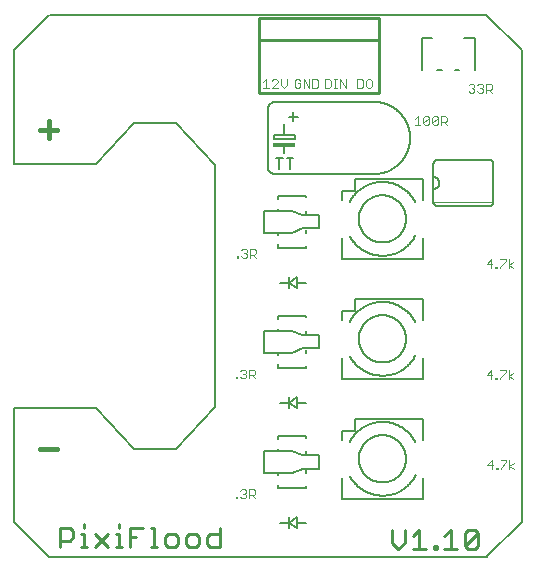
<source format=gto>
G75*
%MOIN*%
%OFA0B0*%
%FSLAX25Y25*%
%IPPOS*%
%LPD*%
%AMOC8*
5,1,8,0,0,1.08239X$1,22.5*
%
%ADD10C,0.00300*%
%ADD11C,0.01100*%
%ADD12C,0.00500*%
%ADD13C,0.00600*%
%ADD14R,0.07400X0.01700*%
%ADD15C,0.00800*%
%ADD16C,0.00200*%
%ADD17C,0.01000*%
%ADD18C,0.01500*%
%ADD19C,0.00700*%
D10*
X0079217Y0024883D02*
X0079700Y0024883D01*
X0079700Y0025366D01*
X0079217Y0025366D01*
X0079217Y0024883D01*
X0080690Y0025366D02*
X0081174Y0024883D01*
X0082141Y0024883D01*
X0082625Y0025366D01*
X0082625Y0025850D01*
X0082141Y0026334D01*
X0081657Y0026334D01*
X0082141Y0026334D02*
X0082625Y0026818D01*
X0082625Y0027301D01*
X0082141Y0027785D01*
X0081174Y0027785D01*
X0080690Y0027301D01*
X0083636Y0027785D02*
X0083636Y0024883D01*
X0083636Y0025850D02*
X0085088Y0025850D01*
X0085571Y0026334D01*
X0085571Y0027301D01*
X0085088Y0027785D01*
X0083636Y0027785D01*
X0084604Y0025850D02*
X0085571Y0024883D01*
X0085578Y0064813D02*
X0084610Y0065780D01*
X0085094Y0065780D02*
X0083643Y0065780D01*
X0083643Y0064813D02*
X0083643Y0067715D01*
X0085094Y0067715D01*
X0085578Y0067231D01*
X0085578Y0066264D01*
X0085094Y0065780D01*
X0082631Y0065780D02*
X0082631Y0065296D01*
X0082148Y0064813D01*
X0081180Y0064813D01*
X0080696Y0065296D01*
X0079707Y0065296D02*
X0079707Y0064813D01*
X0079223Y0064813D01*
X0079223Y0065296D01*
X0079707Y0065296D01*
X0080696Y0067231D02*
X0081180Y0067715D01*
X0082148Y0067715D01*
X0082631Y0067231D01*
X0082631Y0066747D01*
X0082148Y0066264D01*
X0082631Y0065780D01*
X0082148Y0066264D02*
X0081664Y0066264D01*
X0081453Y0105048D02*
X0080969Y0105532D01*
X0081453Y0105048D02*
X0082420Y0105048D01*
X0082904Y0105532D01*
X0082904Y0106015D01*
X0082420Y0106499D01*
X0081937Y0106499D01*
X0082420Y0106499D02*
X0082904Y0106983D01*
X0082904Y0107467D01*
X0082420Y0107950D01*
X0081453Y0107950D01*
X0080969Y0107467D01*
X0079980Y0105532D02*
X0079496Y0105532D01*
X0079496Y0105048D01*
X0079980Y0105048D01*
X0079980Y0105532D01*
X0083916Y0106015D02*
X0085367Y0106015D01*
X0085851Y0106499D01*
X0085851Y0107467D01*
X0085367Y0107950D01*
X0083916Y0107950D01*
X0083916Y0105048D01*
X0084883Y0106015D02*
X0085851Y0105048D01*
X0138750Y0149300D02*
X0140685Y0149300D01*
X0139717Y0149300D02*
X0139717Y0152202D01*
X0138750Y0151235D01*
X0141697Y0151719D02*
X0141697Y0149784D01*
X0143631Y0151719D01*
X0143631Y0149784D01*
X0143148Y0149300D01*
X0142180Y0149300D01*
X0141697Y0149784D01*
X0141697Y0151719D02*
X0142180Y0152202D01*
X0143148Y0152202D01*
X0143631Y0151719D01*
X0144643Y0151719D02*
X0144643Y0149784D01*
X0146578Y0151719D01*
X0146578Y0149784D01*
X0146094Y0149300D01*
X0145127Y0149300D01*
X0144643Y0149784D01*
X0144643Y0151719D02*
X0145127Y0152202D01*
X0146094Y0152202D01*
X0146578Y0151719D01*
X0147590Y0152202D02*
X0149041Y0152202D01*
X0149525Y0151719D01*
X0149525Y0150751D01*
X0149041Y0150267D01*
X0147590Y0150267D01*
X0147590Y0149300D02*
X0147590Y0152202D01*
X0148557Y0150267D02*
X0149525Y0149300D01*
X0157234Y0160050D02*
X0156750Y0160534D01*
X0157234Y0160050D02*
X0158201Y0160050D01*
X0158685Y0160534D01*
X0158685Y0161017D01*
X0158201Y0161501D01*
X0157717Y0161501D01*
X0158201Y0161501D02*
X0158685Y0161985D01*
X0158685Y0162469D01*
X0158201Y0162952D01*
X0157234Y0162952D01*
X0156750Y0162469D01*
X0159697Y0162469D02*
X0160180Y0162952D01*
X0161148Y0162952D01*
X0161631Y0162469D01*
X0161631Y0161985D01*
X0161148Y0161501D01*
X0161631Y0161017D01*
X0161631Y0160534D01*
X0161148Y0160050D01*
X0160180Y0160050D01*
X0159697Y0160534D01*
X0160664Y0161501D02*
X0161148Y0161501D01*
X0162643Y0161017D02*
X0164094Y0161017D01*
X0164578Y0161501D01*
X0164578Y0162469D01*
X0164094Y0162952D01*
X0162643Y0162952D01*
X0162643Y0160050D01*
X0163611Y0161017D02*
X0164578Y0160050D01*
X0124531Y0162134D02*
X0124048Y0161650D01*
X0123080Y0161650D01*
X0122597Y0162134D01*
X0122597Y0164069D01*
X0123080Y0164552D01*
X0124048Y0164552D01*
X0124531Y0164069D01*
X0124531Y0162134D01*
X0121585Y0162134D02*
X0121101Y0161650D01*
X0119650Y0161650D01*
X0119650Y0164552D01*
X0121101Y0164552D01*
X0121585Y0164069D01*
X0121585Y0162134D01*
X0115746Y0161650D02*
X0115746Y0164552D01*
X0113811Y0164552D02*
X0115746Y0161650D01*
X0113811Y0161650D02*
X0113811Y0164552D01*
X0112814Y0164552D02*
X0111847Y0164552D01*
X0112330Y0164552D02*
X0112330Y0161650D01*
X0111847Y0161650D02*
X0112814Y0161650D01*
X0110835Y0162134D02*
X0110835Y0164069D01*
X0110351Y0164552D01*
X0108900Y0164552D01*
X0108900Y0161650D01*
X0110351Y0161650D01*
X0110835Y0162134D01*
X0106603Y0162134D02*
X0106119Y0161650D01*
X0104668Y0161650D01*
X0104668Y0164552D01*
X0106119Y0164552D01*
X0106603Y0164069D01*
X0106603Y0162134D01*
X0103656Y0161650D02*
X0103656Y0164552D01*
X0101722Y0164552D02*
X0103656Y0161650D01*
X0101722Y0161650D02*
X0101722Y0164552D01*
X0100710Y0164069D02*
X0100226Y0164552D01*
X0099259Y0164552D01*
X0098775Y0164069D01*
X0098775Y0162134D01*
X0099259Y0161650D01*
X0100226Y0161650D01*
X0100710Y0162134D01*
X0100710Y0163101D01*
X0099742Y0163101D01*
X0096103Y0162617D02*
X0096103Y0164552D01*
X0096103Y0162617D02*
X0095136Y0161650D01*
X0094168Y0162617D01*
X0094168Y0164552D01*
X0093156Y0164069D02*
X0093156Y0163585D01*
X0091222Y0161650D01*
X0093156Y0161650D01*
X0090210Y0161650D02*
X0088275Y0161650D01*
X0089242Y0161650D02*
X0089242Y0164552D01*
X0088275Y0163585D01*
X0091222Y0164069D02*
X0091705Y0164552D01*
X0092673Y0164552D01*
X0093156Y0164069D01*
X0162750Y0103001D02*
X0164685Y0103001D01*
X0165697Y0102034D02*
X0166180Y0102034D01*
X0166180Y0101550D01*
X0165697Y0101550D01*
X0165697Y0102034D01*
X0167170Y0102034D02*
X0167170Y0101550D01*
X0167170Y0102034D02*
X0169105Y0103969D01*
X0169105Y0104452D01*
X0167170Y0104452D01*
X0164201Y0104452D02*
X0164201Y0101550D01*
X0162750Y0103001D02*
X0164201Y0104452D01*
X0170116Y0104452D02*
X0170116Y0101550D01*
X0170116Y0102517D02*
X0171568Y0103485D01*
X0170116Y0102517D02*
X0171568Y0101550D01*
X0170116Y0067452D02*
X0170116Y0064550D01*
X0170116Y0065517D02*
X0171568Y0066485D01*
X0170116Y0065517D02*
X0171568Y0064550D01*
X0169105Y0066969D02*
X0167170Y0065034D01*
X0167170Y0064550D01*
X0166180Y0064550D02*
X0165697Y0064550D01*
X0165697Y0065034D01*
X0166180Y0065034D01*
X0166180Y0064550D01*
X0164201Y0064550D02*
X0164201Y0067452D01*
X0162750Y0066001D01*
X0164685Y0066001D01*
X0167170Y0067452D02*
X0169105Y0067452D01*
X0169105Y0066969D01*
X0169355Y0037452D02*
X0167420Y0037452D01*
X0169355Y0037452D02*
X0169355Y0036969D01*
X0167420Y0035034D01*
X0167420Y0034550D01*
X0166430Y0034550D02*
X0165947Y0034550D01*
X0165947Y0035034D01*
X0166430Y0035034D01*
X0166430Y0034550D01*
X0164451Y0034550D02*
X0164451Y0037452D01*
X0163000Y0036001D01*
X0164935Y0036001D01*
X0170366Y0035517D02*
X0171818Y0036485D01*
X0170366Y0037452D02*
X0170366Y0034550D01*
X0170366Y0035517D02*
X0171818Y0034550D01*
D11*
X0158805Y0014306D02*
X0156636Y0014306D01*
X0155552Y0013221D01*
X0155552Y0008884D01*
X0159889Y0013221D01*
X0159889Y0008884D01*
X0158805Y0007800D01*
X0156636Y0007800D01*
X0155552Y0008884D01*
X0152891Y0007800D02*
X0148554Y0007800D01*
X0150723Y0007800D02*
X0150723Y0014306D01*
X0148554Y0012137D01*
X0146139Y0008884D02*
X0145055Y0008884D01*
X0145055Y0007800D01*
X0146139Y0007800D01*
X0146139Y0008884D01*
X0142394Y0007800D02*
X0138057Y0007800D01*
X0135396Y0009969D02*
X0135396Y0014306D01*
X0138057Y0012137D02*
X0140226Y0014306D01*
X0140226Y0007800D01*
X0135396Y0009969D02*
X0133228Y0007800D01*
X0131059Y0009969D01*
X0131059Y0014306D01*
X0158805Y0014306D02*
X0159889Y0013221D01*
X0073873Y0012887D02*
X0070620Y0012887D01*
X0069536Y0011803D01*
X0069536Y0009634D01*
X0070620Y0008550D01*
X0073873Y0008550D01*
X0073873Y0015056D01*
X0066875Y0011803D02*
X0066875Y0009634D01*
X0065791Y0008550D01*
X0063622Y0008550D01*
X0062538Y0009634D01*
X0062538Y0011803D01*
X0063622Y0012887D01*
X0065791Y0012887D01*
X0066875Y0011803D01*
X0059877Y0011803D02*
X0059877Y0009634D01*
X0058793Y0008550D01*
X0056624Y0008550D01*
X0055540Y0009634D01*
X0055540Y0011803D01*
X0056624Y0012887D01*
X0058793Y0012887D01*
X0059877Y0011803D01*
X0053043Y0008550D02*
X0050875Y0008550D01*
X0051959Y0008550D02*
X0051959Y0015056D01*
X0050875Y0015056D01*
X0048214Y0015056D02*
X0043877Y0015056D01*
X0043877Y0008550D01*
X0041380Y0008550D02*
X0039211Y0008550D01*
X0040296Y0008550D02*
X0040296Y0012887D01*
X0039211Y0012887D01*
X0040296Y0015056D02*
X0040296Y0016140D01*
X0036550Y0012887D02*
X0032213Y0008550D01*
X0029716Y0008550D02*
X0027548Y0008550D01*
X0028632Y0008550D02*
X0028632Y0012887D01*
X0027548Y0012887D01*
X0028632Y0015056D02*
X0028632Y0016140D01*
X0024887Y0013971D02*
X0024887Y0011803D01*
X0023803Y0010719D01*
X0020550Y0010719D01*
X0020550Y0008550D02*
X0020550Y0015056D01*
X0023803Y0015056D01*
X0024887Y0013971D01*
X0032213Y0012887D02*
X0036550Y0008550D01*
X0043877Y0011803D02*
X0046045Y0011803D01*
D12*
X0017100Y0005100D02*
X0162726Y0005100D01*
X0106998Y0034750D02*
X0106998Y0039150D01*
X0101198Y0039150D01*
X0097998Y0040550D01*
X0088598Y0040550D01*
X0088598Y0033350D01*
X0097998Y0033350D01*
X0101398Y0034750D01*
X0106998Y0034750D01*
X0102646Y0034200D02*
X0102646Y0033280D01*
X0102646Y0028800D02*
X0102646Y0028180D01*
X0093197Y0028180D01*
X0093197Y0029400D01*
X0093197Y0032680D02*
X0093197Y0033000D01*
X0093197Y0040980D02*
X0093197Y0041300D01*
X0093197Y0044480D02*
X0093197Y0045700D01*
X0102646Y0045700D01*
X0102646Y0045080D01*
X0102646Y0040600D02*
X0102646Y0039680D01*
X0099513Y0054878D02*
X0099513Y0056753D01*
X0102639Y0056753D01*
X0099513Y0056753D02*
X0099513Y0058628D01*
X0097013Y0056753D01*
X0093888Y0056753D01*
X0097013Y0056753D02*
X0097013Y0054878D01*
X0097013Y0056753D02*
X0097013Y0058628D01*
X0097013Y0056753D02*
X0099513Y0054878D01*
X0102675Y0068237D02*
X0093227Y0068237D01*
X0093227Y0069457D01*
X0093227Y0072737D02*
X0093227Y0073057D01*
X0088628Y0073407D02*
X0088628Y0080607D01*
X0098028Y0080607D01*
X0101228Y0079207D01*
X0107028Y0079207D01*
X0107028Y0074807D01*
X0101428Y0074807D01*
X0098028Y0073407D01*
X0088628Y0073407D01*
X0093227Y0081037D02*
X0093227Y0081357D01*
X0093227Y0084537D02*
X0093227Y0085757D01*
X0102675Y0085757D01*
X0102675Y0085137D01*
X0102675Y0080657D02*
X0102675Y0079737D01*
X0102675Y0074257D02*
X0102675Y0073337D01*
X0102675Y0068857D02*
X0102675Y0068237D01*
X0099512Y0094877D02*
X0099512Y0096752D01*
X0102637Y0096752D01*
X0099512Y0096752D02*
X0099512Y0098627D01*
X0097012Y0096752D01*
X0093887Y0096752D01*
X0097012Y0096752D02*
X0097012Y0094877D01*
X0097012Y0096752D02*
X0097012Y0098627D01*
X0097012Y0096752D02*
X0099512Y0094877D01*
X0102647Y0108223D02*
X0093198Y0108223D01*
X0093198Y0109443D01*
X0093198Y0112723D02*
X0093198Y0113043D01*
X0088599Y0113393D02*
X0088599Y0120593D01*
X0097999Y0120593D01*
X0101199Y0119193D01*
X0106999Y0119193D01*
X0106999Y0114793D01*
X0101399Y0114793D01*
X0097999Y0113393D01*
X0088599Y0113393D01*
X0093198Y0121023D02*
X0093198Y0121343D01*
X0093198Y0124523D02*
X0093198Y0125743D01*
X0102647Y0125743D01*
X0102647Y0125123D01*
X0102647Y0120643D02*
X0102647Y0119723D01*
X0102647Y0114243D02*
X0102647Y0113323D01*
X0102647Y0108843D02*
X0102647Y0108223D01*
X0097208Y0134704D02*
X0097208Y0138107D01*
X0096074Y0138107D02*
X0098343Y0138107D01*
X0094752Y0138107D02*
X0092483Y0138107D01*
X0093617Y0138107D02*
X0093617Y0134704D01*
X0162726Y0186021D02*
X0017100Y0186021D01*
X0097017Y0018630D02*
X0097017Y0016755D01*
X0093892Y0016755D01*
X0097017Y0016755D02*
X0097017Y0014880D01*
X0097017Y0016755D02*
X0099517Y0018630D01*
X0099517Y0016755D01*
X0102642Y0016755D01*
X0099517Y0016755D02*
X0099517Y0014880D01*
X0097017Y0016755D01*
D13*
X0005100Y0016911D02*
X0005100Y0055000D01*
X0032600Y0055000D01*
X0045100Y0041100D01*
X0059100Y0041100D01*
X0072100Y0055100D01*
X0072100Y0136021D01*
X0059100Y0150021D01*
X0045100Y0150021D01*
X0032600Y0136121D01*
X0005100Y0136121D01*
X0005100Y0174250D01*
X0016911Y0186061D01*
X0089733Y0154454D02*
X0089733Y0135454D01*
X0089735Y0135356D01*
X0089741Y0135258D01*
X0089750Y0135160D01*
X0089764Y0135063D01*
X0089781Y0134966D01*
X0089802Y0134870D01*
X0089827Y0134775D01*
X0089855Y0134681D01*
X0089888Y0134589D01*
X0089923Y0134497D01*
X0089963Y0134407D01*
X0090005Y0134319D01*
X0090052Y0134232D01*
X0090101Y0134148D01*
X0090154Y0134065D01*
X0090210Y0133985D01*
X0090270Y0133906D01*
X0090332Y0133830D01*
X0090397Y0133757D01*
X0090465Y0133686D01*
X0090536Y0133618D01*
X0090609Y0133553D01*
X0090685Y0133491D01*
X0090764Y0133431D01*
X0090844Y0133375D01*
X0090927Y0133322D01*
X0091011Y0133273D01*
X0091098Y0133226D01*
X0091186Y0133184D01*
X0091276Y0133144D01*
X0091368Y0133109D01*
X0091460Y0133076D01*
X0091554Y0133048D01*
X0091649Y0133023D01*
X0091745Y0133002D01*
X0091842Y0132985D01*
X0091939Y0132971D01*
X0092037Y0132962D01*
X0092135Y0132956D01*
X0092233Y0132954D01*
X0125233Y0132954D01*
X0125525Y0132958D01*
X0125817Y0132968D01*
X0126109Y0132986D01*
X0126400Y0133011D01*
X0126691Y0133043D01*
X0126980Y0133082D01*
X0127269Y0133128D01*
X0127556Y0133181D01*
X0127842Y0133241D01*
X0128127Y0133308D01*
X0128409Y0133382D01*
X0128690Y0133463D01*
X0128969Y0133550D01*
X0129246Y0133645D01*
X0129520Y0133746D01*
X0129791Y0133854D01*
X0130060Y0133968D01*
X0130326Y0134089D01*
X0130590Y0134216D01*
X0130849Y0134349D01*
X0131106Y0134489D01*
X0131359Y0134636D01*
X0131609Y0134788D01*
X0131854Y0134946D01*
X0132096Y0135110D01*
X0132334Y0135280D01*
X0132567Y0135456D01*
X0132796Y0135637D01*
X0133021Y0135824D01*
X0133241Y0136017D01*
X0133456Y0136214D01*
X0133666Y0136417D01*
X0133872Y0136625D01*
X0134072Y0136838D01*
X0134267Y0137056D01*
X0134457Y0137278D01*
X0134641Y0137505D01*
X0134820Y0137736D01*
X0134992Y0137972D01*
X0135160Y0138211D01*
X0135321Y0138455D01*
X0135476Y0138703D01*
X0135625Y0138954D01*
X0135768Y0139209D01*
X0135905Y0139467D01*
X0136036Y0139729D01*
X0136160Y0139993D01*
X0136277Y0140261D01*
X0136388Y0140531D01*
X0136493Y0140804D01*
X0136590Y0141079D01*
X0136681Y0141357D01*
X0136765Y0141637D01*
X0136843Y0141919D01*
X0136913Y0142202D01*
X0136977Y0142488D01*
X0137033Y0142774D01*
X0137083Y0143062D01*
X0137126Y0143351D01*
X0137161Y0143642D01*
X0137189Y0143932D01*
X0137211Y0144224D01*
X0137225Y0144516D01*
X0137232Y0144808D01*
X0137232Y0145100D01*
X0137225Y0145392D01*
X0137211Y0145684D01*
X0137189Y0145976D01*
X0137161Y0146266D01*
X0137126Y0146557D01*
X0137083Y0146846D01*
X0137033Y0147134D01*
X0136977Y0147420D01*
X0136913Y0147706D01*
X0136843Y0147989D01*
X0136765Y0148271D01*
X0136681Y0148551D01*
X0136590Y0148829D01*
X0136493Y0149104D01*
X0136388Y0149377D01*
X0136277Y0149647D01*
X0136160Y0149915D01*
X0136036Y0150179D01*
X0135905Y0150441D01*
X0135768Y0150699D01*
X0135625Y0150954D01*
X0135476Y0151205D01*
X0135321Y0151453D01*
X0135160Y0151697D01*
X0134992Y0151936D01*
X0134820Y0152172D01*
X0134641Y0152403D01*
X0134457Y0152630D01*
X0134267Y0152852D01*
X0134072Y0153070D01*
X0133872Y0153283D01*
X0133666Y0153491D01*
X0133456Y0153694D01*
X0133241Y0153891D01*
X0133021Y0154084D01*
X0132796Y0154271D01*
X0132567Y0154452D01*
X0132334Y0154628D01*
X0132096Y0154798D01*
X0131854Y0154962D01*
X0131609Y0155120D01*
X0131359Y0155272D01*
X0131106Y0155419D01*
X0130849Y0155559D01*
X0130590Y0155692D01*
X0130326Y0155819D01*
X0130060Y0155940D01*
X0129791Y0156054D01*
X0129520Y0156162D01*
X0129246Y0156263D01*
X0128969Y0156358D01*
X0128690Y0156445D01*
X0128409Y0156526D01*
X0128127Y0156600D01*
X0127842Y0156667D01*
X0127556Y0156727D01*
X0127269Y0156780D01*
X0126980Y0156826D01*
X0126691Y0156865D01*
X0126400Y0156897D01*
X0126109Y0156922D01*
X0125817Y0156940D01*
X0125525Y0156950D01*
X0125233Y0156954D01*
X0092233Y0156954D01*
X0092135Y0156952D01*
X0092037Y0156946D01*
X0091939Y0156937D01*
X0091842Y0156923D01*
X0091745Y0156906D01*
X0091649Y0156885D01*
X0091554Y0156860D01*
X0091460Y0156832D01*
X0091368Y0156799D01*
X0091276Y0156764D01*
X0091186Y0156724D01*
X0091098Y0156682D01*
X0091011Y0156635D01*
X0090927Y0156586D01*
X0090844Y0156533D01*
X0090764Y0156477D01*
X0090685Y0156417D01*
X0090609Y0156355D01*
X0090536Y0156290D01*
X0090465Y0156222D01*
X0090397Y0156151D01*
X0090332Y0156078D01*
X0090270Y0156002D01*
X0090210Y0155923D01*
X0090154Y0155843D01*
X0090101Y0155760D01*
X0090052Y0155676D01*
X0090005Y0155589D01*
X0089963Y0155501D01*
X0089923Y0155411D01*
X0089888Y0155319D01*
X0089855Y0155227D01*
X0089827Y0155133D01*
X0089802Y0155038D01*
X0089781Y0154942D01*
X0089764Y0154845D01*
X0089750Y0154748D01*
X0089741Y0154650D01*
X0089735Y0154552D01*
X0089733Y0154454D01*
X0095233Y0149454D02*
X0095233Y0145954D01*
X0098733Y0145954D01*
X0098733Y0144654D01*
X0091733Y0144654D01*
X0091733Y0145954D01*
X0095233Y0145954D01*
X0095233Y0141954D02*
X0095233Y0139954D01*
X0098233Y0150454D02*
X0098233Y0153454D01*
X0096733Y0151954D02*
X0099733Y0151954D01*
X0145000Y0136200D02*
X0145000Y0123800D01*
X0145002Y0123724D01*
X0145008Y0123648D01*
X0145017Y0123573D01*
X0145031Y0123498D01*
X0145048Y0123424D01*
X0145069Y0123351D01*
X0145093Y0123279D01*
X0145122Y0123208D01*
X0145153Y0123139D01*
X0145188Y0123072D01*
X0145227Y0123007D01*
X0145269Y0122943D01*
X0145314Y0122882D01*
X0145362Y0122823D01*
X0145413Y0122767D01*
X0145467Y0122713D01*
X0145523Y0122662D01*
X0145582Y0122614D01*
X0145643Y0122569D01*
X0145707Y0122527D01*
X0145772Y0122488D01*
X0145839Y0122453D01*
X0145908Y0122422D01*
X0145979Y0122393D01*
X0146051Y0122369D01*
X0146124Y0122348D01*
X0146198Y0122331D01*
X0146273Y0122317D01*
X0146348Y0122308D01*
X0146424Y0122302D01*
X0146500Y0122300D01*
X0163500Y0122300D01*
X0163576Y0122302D01*
X0163652Y0122308D01*
X0163727Y0122317D01*
X0163802Y0122331D01*
X0163876Y0122348D01*
X0163949Y0122369D01*
X0164021Y0122393D01*
X0164092Y0122422D01*
X0164161Y0122453D01*
X0164228Y0122488D01*
X0164293Y0122527D01*
X0164357Y0122569D01*
X0164418Y0122614D01*
X0164477Y0122662D01*
X0164533Y0122713D01*
X0164587Y0122767D01*
X0164638Y0122823D01*
X0164686Y0122882D01*
X0164731Y0122943D01*
X0164773Y0123007D01*
X0164812Y0123072D01*
X0164847Y0123139D01*
X0164878Y0123208D01*
X0164907Y0123279D01*
X0164931Y0123351D01*
X0164952Y0123424D01*
X0164969Y0123498D01*
X0164983Y0123573D01*
X0164992Y0123648D01*
X0164998Y0123724D01*
X0165000Y0123800D01*
X0165000Y0136200D01*
X0164998Y0136276D01*
X0164992Y0136352D01*
X0164983Y0136427D01*
X0164969Y0136502D01*
X0164952Y0136576D01*
X0164931Y0136649D01*
X0164907Y0136721D01*
X0164878Y0136792D01*
X0164847Y0136861D01*
X0164812Y0136928D01*
X0164773Y0136993D01*
X0164731Y0137057D01*
X0164686Y0137118D01*
X0164638Y0137177D01*
X0164587Y0137233D01*
X0164533Y0137287D01*
X0164477Y0137338D01*
X0164418Y0137386D01*
X0164357Y0137431D01*
X0164293Y0137473D01*
X0164228Y0137512D01*
X0164161Y0137547D01*
X0164092Y0137578D01*
X0164021Y0137607D01*
X0163949Y0137631D01*
X0163876Y0137652D01*
X0163802Y0137669D01*
X0163727Y0137683D01*
X0163652Y0137692D01*
X0163576Y0137698D01*
X0163500Y0137700D01*
X0146500Y0137700D01*
X0146424Y0137698D01*
X0146348Y0137692D01*
X0146273Y0137683D01*
X0146198Y0137669D01*
X0146124Y0137652D01*
X0146051Y0137631D01*
X0145979Y0137607D01*
X0145908Y0137578D01*
X0145839Y0137547D01*
X0145772Y0137512D01*
X0145707Y0137473D01*
X0145643Y0137431D01*
X0145582Y0137386D01*
X0145523Y0137338D01*
X0145467Y0137287D01*
X0145413Y0137233D01*
X0145362Y0137177D01*
X0145314Y0137118D01*
X0145269Y0137057D01*
X0145227Y0136993D01*
X0145188Y0136928D01*
X0145153Y0136861D01*
X0145122Y0136792D01*
X0145093Y0136721D01*
X0145069Y0136649D01*
X0145048Y0136576D01*
X0145031Y0136502D01*
X0145017Y0136427D01*
X0145008Y0136352D01*
X0145002Y0136276D01*
X0145000Y0136200D01*
X0145000Y0132000D02*
X0145088Y0131998D01*
X0145177Y0131992D01*
X0145265Y0131982D01*
X0145352Y0131969D01*
X0145439Y0131951D01*
X0145525Y0131930D01*
X0145610Y0131905D01*
X0145693Y0131876D01*
X0145776Y0131843D01*
X0145856Y0131807D01*
X0145935Y0131768D01*
X0146013Y0131725D01*
X0146088Y0131678D01*
X0146161Y0131628D01*
X0146232Y0131575D01*
X0146301Y0131519D01*
X0146367Y0131460D01*
X0146430Y0131398D01*
X0146490Y0131334D01*
X0146548Y0131267D01*
X0146602Y0131197D01*
X0146654Y0131125D01*
X0146702Y0131051D01*
X0146747Y0130974D01*
X0146788Y0130896D01*
X0146826Y0130816D01*
X0146860Y0130735D01*
X0146891Y0130652D01*
X0146918Y0130567D01*
X0146941Y0130482D01*
X0146960Y0130396D01*
X0146976Y0130308D01*
X0146988Y0130221D01*
X0146996Y0130133D01*
X0147000Y0130044D01*
X0147000Y0129956D01*
X0146996Y0129867D01*
X0146988Y0129779D01*
X0146976Y0129692D01*
X0146960Y0129604D01*
X0146941Y0129518D01*
X0146918Y0129433D01*
X0146891Y0129348D01*
X0146860Y0129265D01*
X0146826Y0129184D01*
X0146788Y0129104D01*
X0146747Y0129026D01*
X0146702Y0128949D01*
X0146654Y0128875D01*
X0146602Y0128803D01*
X0146548Y0128733D01*
X0146490Y0128666D01*
X0146430Y0128602D01*
X0146367Y0128540D01*
X0146301Y0128481D01*
X0146232Y0128425D01*
X0146161Y0128372D01*
X0146088Y0128322D01*
X0146013Y0128275D01*
X0145935Y0128232D01*
X0145856Y0128193D01*
X0145776Y0128157D01*
X0145693Y0128124D01*
X0145610Y0128095D01*
X0145525Y0128070D01*
X0145439Y0128049D01*
X0145352Y0128031D01*
X0145265Y0128018D01*
X0145177Y0128008D01*
X0145088Y0128002D01*
X0145000Y0128000D01*
X0174391Y0174250D02*
X0162580Y0186061D01*
X0174391Y0174250D02*
X0174391Y0016911D01*
X0162580Y0005100D01*
X0016911Y0005100D02*
X0005100Y0016911D01*
D14*
X0095233Y0142604D03*
D15*
X0114614Y0127252D02*
X0114614Y0124299D01*
X0114614Y0127252D02*
X0118748Y0127252D01*
X0118748Y0131386D01*
X0141386Y0131386D01*
X0141386Y0124299D01*
X0141386Y0111701D02*
X0141386Y0104614D01*
X0114614Y0104614D01*
X0114614Y0111504D01*
X0128000Y0130303D02*
X0128300Y0130299D01*
X0128599Y0130287D01*
X0128898Y0130268D01*
X0129196Y0130242D01*
X0129494Y0130209D01*
X0129791Y0130168D01*
X0130086Y0130121D01*
X0130380Y0130066D01*
X0130673Y0130004D01*
X0130965Y0129934D01*
X0131254Y0129858D01*
X0131542Y0129775D01*
X0131828Y0129685D01*
X0132111Y0129587D01*
X0132392Y0129483D01*
X0132670Y0129372D01*
X0132945Y0129255D01*
X0133218Y0129131D01*
X0133487Y0129000D01*
X0133753Y0128862D01*
X0134016Y0128719D01*
X0134275Y0128568D01*
X0134530Y0128412D01*
X0134782Y0128249D01*
X0135029Y0128081D01*
X0135272Y0127906D01*
X0135511Y0127726D01*
X0135746Y0127539D01*
X0135975Y0127347D01*
X0136201Y0127150D01*
X0136421Y0126947D01*
X0136636Y0126739D01*
X0136846Y0126525D01*
X0137051Y0126307D01*
X0137251Y0126084D01*
X0137445Y0125856D01*
X0137633Y0125623D01*
X0137816Y0125386D01*
X0137992Y0125144D01*
X0138163Y0124898D01*
X0138328Y0124648D01*
X0138487Y0124394D01*
X0138639Y0124136D01*
X0138786Y0123875D01*
X0138925Y0123610D01*
X0139122Y0112685D02*
X0138988Y0112415D01*
X0138848Y0112148D01*
X0138702Y0111885D01*
X0138549Y0111626D01*
X0138390Y0111370D01*
X0138224Y0111118D01*
X0138053Y0110871D01*
X0137875Y0110627D01*
X0137692Y0110388D01*
X0137503Y0110154D01*
X0137308Y0109924D01*
X0137107Y0109700D01*
X0136901Y0109480D01*
X0136690Y0109265D01*
X0136474Y0109056D01*
X0136252Y0108852D01*
X0136026Y0108653D01*
X0135794Y0108460D01*
X0135559Y0108273D01*
X0135318Y0108091D01*
X0135073Y0107916D01*
X0134824Y0107746D01*
X0134571Y0107583D01*
X0134314Y0107426D01*
X0134054Y0107275D01*
X0133789Y0107130D01*
X0133521Y0106993D01*
X0133250Y0106861D01*
X0132976Y0106737D01*
X0132699Y0106619D01*
X0132419Y0106508D01*
X0132136Y0106404D01*
X0131851Y0106307D01*
X0131564Y0106217D01*
X0131274Y0106134D01*
X0130983Y0106058D01*
X0130690Y0105989D01*
X0130395Y0105927D01*
X0130098Y0105873D01*
X0129801Y0105826D01*
X0129502Y0105786D01*
X0129203Y0105753D01*
X0128903Y0105728D01*
X0128602Y0105710D01*
X0128301Y0105700D01*
X0128000Y0105697D01*
X0120126Y0118000D02*
X0120128Y0118193D01*
X0120135Y0118386D01*
X0120147Y0118579D01*
X0120164Y0118772D01*
X0120185Y0118964D01*
X0120211Y0119155D01*
X0120242Y0119346D01*
X0120277Y0119536D01*
X0120317Y0119725D01*
X0120362Y0119913D01*
X0120411Y0120100D01*
X0120465Y0120286D01*
X0120523Y0120470D01*
X0120586Y0120653D01*
X0120654Y0120834D01*
X0120725Y0121013D01*
X0120802Y0121191D01*
X0120882Y0121367D01*
X0120967Y0121540D01*
X0121056Y0121712D01*
X0121149Y0121881D01*
X0121246Y0122048D01*
X0121348Y0122213D01*
X0121453Y0122375D01*
X0121562Y0122534D01*
X0121676Y0122691D01*
X0121793Y0122844D01*
X0121913Y0122995D01*
X0122038Y0123143D01*
X0122166Y0123288D01*
X0122297Y0123429D01*
X0122432Y0123568D01*
X0122571Y0123703D01*
X0122712Y0123834D01*
X0122857Y0123962D01*
X0123005Y0124087D01*
X0123156Y0124207D01*
X0123309Y0124324D01*
X0123466Y0124438D01*
X0123625Y0124547D01*
X0123787Y0124652D01*
X0123952Y0124754D01*
X0124119Y0124851D01*
X0124288Y0124944D01*
X0124460Y0125033D01*
X0124633Y0125118D01*
X0124809Y0125198D01*
X0124987Y0125275D01*
X0125166Y0125346D01*
X0125347Y0125414D01*
X0125530Y0125477D01*
X0125714Y0125535D01*
X0125900Y0125589D01*
X0126087Y0125638D01*
X0126275Y0125683D01*
X0126464Y0125723D01*
X0126654Y0125758D01*
X0126845Y0125789D01*
X0127036Y0125815D01*
X0127228Y0125836D01*
X0127421Y0125853D01*
X0127614Y0125865D01*
X0127807Y0125872D01*
X0128000Y0125874D01*
X0128193Y0125872D01*
X0128386Y0125865D01*
X0128579Y0125853D01*
X0128772Y0125836D01*
X0128964Y0125815D01*
X0129155Y0125789D01*
X0129346Y0125758D01*
X0129536Y0125723D01*
X0129725Y0125683D01*
X0129913Y0125638D01*
X0130100Y0125589D01*
X0130286Y0125535D01*
X0130470Y0125477D01*
X0130653Y0125414D01*
X0130834Y0125346D01*
X0131013Y0125275D01*
X0131191Y0125198D01*
X0131367Y0125118D01*
X0131540Y0125033D01*
X0131712Y0124944D01*
X0131881Y0124851D01*
X0132048Y0124754D01*
X0132213Y0124652D01*
X0132375Y0124547D01*
X0132534Y0124438D01*
X0132691Y0124324D01*
X0132844Y0124207D01*
X0132995Y0124087D01*
X0133143Y0123962D01*
X0133288Y0123834D01*
X0133429Y0123703D01*
X0133568Y0123568D01*
X0133703Y0123429D01*
X0133834Y0123288D01*
X0133962Y0123143D01*
X0134087Y0122995D01*
X0134207Y0122844D01*
X0134324Y0122691D01*
X0134438Y0122534D01*
X0134547Y0122375D01*
X0134652Y0122213D01*
X0134754Y0122048D01*
X0134851Y0121881D01*
X0134944Y0121712D01*
X0135033Y0121540D01*
X0135118Y0121367D01*
X0135198Y0121191D01*
X0135275Y0121013D01*
X0135346Y0120834D01*
X0135414Y0120653D01*
X0135477Y0120470D01*
X0135535Y0120286D01*
X0135589Y0120100D01*
X0135638Y0119913D01*
X0135683Y0119725D01*
X0135723Y0119536D01*
X0135758Y0119346D01*
X0135789Y0119155D01*
X0135815Y0118964D01*
X0135836Y0118772D01*
X0135853Y0118579D01*
X0135865Y0118386D01*
X0135872Y0118193D01*
X0135874Y0118000D01*
X0135872Y0117807D01*
X0135865Y0117614D01*
X0135853Y0117421D01*
X0135836Y0117228D01*
X0135815Y0117036D01*
X0135789Y0116845D01*
X0135758Y0116654D01*
X0135723Y0116464D01*
X0135683Y0116275D01*
X0135638Y0116087D01*
X0135589Y0115900D01*
X0135535Y0115714D01*
X0135477Y0115530D01*
X0135414Y0115347D01*
X0135346Y0115166D01*
X0135275Y0114987D01*
X0135198Y0114809D01*
X0135118Y0114633D01*
X0135033Y0114460D01*
X0134944Y0114288D01*
X0134851Y0114119D01*
X0134754Y0113952D01*
X0134652Y0113787D01*
X0134547Y0113625D01*
X0134438Y0113466D01*
X0134324Y0113309D01*
X0134207Y0113156D01*
X0134087Y0113005D01*
X0133962Y0112857D01*
X0133834Y0112712D01*
X0133703Y0112571D01*
X0133568Y0112432D01*
X0133429Y0112297D01*
X0133288Y0112166D01*
X0133143Y0112038D01*
X0132995Y0111913D01*
X0132844Y0111793D01*
X0132691Y0111676D01*
X0132534Y0111562D01*
X0132375Y0111453D01*
X0132213Y0111348D01*
X0132048Y0111246D01*
X0131881Y0111149D01*
X0131712Y0111056D01*
X0131540Y0110967D01*
X0131367Y0110882D01*
X0131191Y0110802D01*
X0131013Y0110725D01*
X0130834Y0110654D01*
X0130653Y0110586D01*
X0130470Y0110523D01*
X0130286Y0110465D01*
X0130100Y0110411D01*
X0129913Y0110362D01*
X0129725Y0110317D01*
X0129536Y0110277D01*
X0129346Y0110242D01*
X0129155Y0110211D01*
X0128964Y0110185D01*
X0128772Y0110164D01*
X0128579Y0110147D01*
X0128386Y0110135D01*
X0128193Y0110128D01*
X0128000Y0110126D01*
X0127807Y0110128D01*
X0127614Y0110135D01*
X0127421Y0110147D01*
X0127228Y0110164D01*
X0127036Y0110185D01*
X0126845Y0110211D01*
X0126654Y0110242D01*
X0126464Y0110277D01*
X0126275Y0110317D01*
X0126087Y0110362D01*
X0125900Y0110411D01*
X0125714Y0110465D01*
X0125530Y0110523D01*
X0125347Y0110586D01*
X0125166Y0110654D01*
X0124987Y0110725D01*
X0124809Y0110802D01*
X0124633Y0110882D01*
X0124460Y0110967D01*
X0124288Y0111056D01*
X0124119Y0111149D01*
X0123952Y0111246D01*
X0123787Y0111348D01*
X0123625Y0111453D01*
X0123466Y0111562D01*
X0123309Y0111676D01*
X0123156Y0111793D01*
X0123005Y0111913D01*
X0122857Y0112038D01*
X0122712Y0112166D01*
X0122571Y0112297D01*
X0122432Y0112432D01*
X0122297Y0112571D01*
X0122166Y0112712D01*
X0122038Y0112857D01*
X0121913Y0113005D01*
X0121793Y0113156D01*
X0121676Y0113309D01*
X0121562Y0113466D01*
X0121453Y0113625D01*
X0121348Y0113787D01*
X0121246Y0113952D01*
X0121149Y0114119D01*
X0121056Y0114288D01*
X0120967Y0114460D01*
X0120882Y0114633D01*
X0120802Y0114809D01*
X0120725Y0114987D01*
X0120654Y0115166D01*
X0120586Y0115347D01*
X0120523Y0115530D01*
X0120465Y0115714D01*
X0120411Y0115900D01*
X0120362Y0116087D01*
X0120317Y0116275D01*
X0120277Y0116464D01*
X0120242Y0116654D01*
X0120211Y0116845D01*
X0120185Y0117036D01*
X0120164Y0117228D01*
X0120147Y0117421D01*
X0120135Y0117614D01*
X0120128Y0117807D01*
X0120126Y0118000D01*
X0117075Y0123610D02*
X0117214Y0123875D01*
X0117361Y0124136D01*
X0117513Y0124394D01*
X0117672Y0124648D01*
X0117837Y0124898D01*
X0118008Y0125144D01*
X0118184Y0125386D01*
X0118367Y0125623D01*
X0118555Y0125856D01*
X0118749Y0126084D01*
X0118949Y0126307D01*
X0119154Y0126525D01*
X0119364Y0126739D01*
X0119579Y0126947D01*
X0119799Y0127150D01*
X0120025Y0127347D01*
X0120254Y0127539D01*
X0120489Y0127726D01*
X0120728Y0127906D01*
X0120971Y0128081D01*
X0121218Y0128249D01*
X0121470Y0128412D01*
X0121725Y0128568D01*
X0121984Y0128719D01*
X0122247Y0128862D01*
X0122513Y0129000D01*
X0122782Y0129131D01*
X0123055Y0129255D01*
X0123330Y0129372D01*
X0123608Y0129483D01*
X0123889Y0129587D01*
X0124172Y0129685D01*
X0124458Y0129775D01*
X0124746Y0129858D01*
X0125035Y0129934D01*
X0125327Y0130004D01*
X0125620Y0130066D01*
X0125914Y0130121D01*
X0126209Y0130168D01*
X0126506Y0130209D01*
X0126804Y0130242D01*
X0127102Y0130268D01*
X0127401Y0130287D01*
X0127700Y0130299D01*
X0128000Y0130303D01*
X0117075Y0112390D02*
X0117214Y0112125D01*
X0117361Y0111864D01*
X0117513Y0111606D01*
X0117672Y0111352D01*
X0117837Y0111102D01*
X0118008Y0110856D01*
X0118184Y0110614D01*
X0118367Y0110377D01*
X0118555Y0110144D01*
X0118749Y0109916D01*
X0118949Y0109693D01*
X0119154Y0109475D01*
X0119364Y0109261D01*
X0119579Y0109053D01*
X0119799Y0108850D01*
X0120025Y0108653D01*
X0120254Y0108461D01*
X0120489Y0108274D01*
X0120728Y0108094D01*
X0120971Y0107919D01*
X0121218Y0107751D01*
X0121470Y0107588D01*
X0121725Y0107432D01*
X0121984Y0107281D01*
X0122247Y0107138D01*
X0122513Y0107000D01*
X0122782Y0106869D01*
X0123055Y0106745D01*
X0123330Y0106628D01*
X0123608Y0106517D01*
X0123889Y0106413D01*
X0124172Y0106315D01*
X0124458Y0106225D01*
X0124746Y0106142D01*
X0125035Y0106066D01*
X0125327Y0105996D01*
X0125620Y0105934D01*
X0125914Y0105879D01*
X0126209Y0105832D01*
X0126506Y0105791D01*
X0126804Y0105758D01*
X0127102Y0105732D01*
X0127401Y0105713D01*
X0127700Y0105701D01*
X0128000Y0105697D01*
X0118758Y0091396D02*
X0118758Y0087262D01*
X0114624Y0087262D01*
X0114624Y0084309D01*
X0118758Y0091396D02*
X0141396Y0091396D01*
X0141396Y0084309D01*
X0141396Y0071711D02*
X0141396Y0064624D01*
X0114624Y0064624D01*
X0114624Y0071514D01*
X0128010Y0090313D02*
X0128310Y0090309D01*
X0128609Y0090297D01*
X0128908Y0090278D01*
X0129206Y0090252D01*
X0129504Y0090219D01*
X0129801Y0090178D01*
X0130096Y0090131D01*
X0130390Y0090076D01*
X0130683Y0090014D01*
X0130975Y0089944D01*
X0131264Y0089868D01*
X0131552Y0089785D01*
X0131838Y0089695D01*
X0132121Y0089597D01*
X0132402Y0089493D01*
X0132680Y0089382D01*
X0132955Y0089265D01*
X0133228Y0089141D01*
X0133497Y0089010D01*
X0133763Y0088872D01*
X0134026Y0088729D01*
X0134285Y0088578D01*
X0134540Y0088422D01*
X0134792Y0088259D01*
X0135039Y0088091D01*
X0135282Y0087916D01*
X0135521Y0087736D01*
X0135756Y0087549D01*
X0135985Y0087357D01*
X0136211Y0087160D01*
X0136431Y0086957D01*
X0136646Y0086749D01*
X0136856Y0086535D01*
X0137061Y0086317D01*
X0137261Y0086094D01*
X0137455Y0085866D01*
X0137643Y0085633D01*
X0137826Y0085396D01*
X0138002Y0085154D01*
X0138173Y0084908D01*
X0138338Y0084658D01*
X0138497Y0084404D01*
X0138649Y0084146D01*
X0138796Y0083885D01*
X0138935Y0083620D01*
X0139132Y0072695D02*
X0138998Y0072425D01*
X0138858Y0072158D01*
X0138712Y0071895D01*
X0138559Y0071636D01*
X0138400Y0071380D01*
X0138234Y0071128D01*
X0138063Y0070881D01*
X0137885Y0070637D01*
X0137702Y0070398D01*
X0137513Y0070164D01*
X0137318Y0069934D01*
X0137117Y0069710D01*
X0136911Y0069490D01*
X0136700Y0069275D01*
X0136484Y0069066D01*
X0136262Y0068862D01*
X0136036Y0068663D01*
X0135804Y0068470D01*
X0135569Y0068283D01*
X0135328Y0068101D01*
X0135083Y0067926D01*
X0134834Y0067756D01*
X0134581Y0067593D01*
X0134324Y0067436D01*
X0134064Y0067285D01*
X0133799Y0067140D01*
X0133531Y0067003D01*
X0133260Y0066871D01*
X0132986Y0066747D01*
X0132709Y0066629D01*
X0132429Y0066518D01*
X0132146Y0066414D01*
X0131861Y0066317D01*
X0131574Y0066227D01*
X0131284Y0066144D01*
X0130993Y0066068D01*
X0130700Y0065999D01*
X0130405Y0065937D01*
X0130108Y0065883D01*
X0129811Y0065836D01*
X0129512Y0065796D01*
X0129213Y0065763D01*
X0128913Y0065738D01*
X0128612Y0065720D01*
X0128311Y0065710D01*
X0128010Y0065707D01*
X0120136Y0078010D02*
X0120138Y0078203D01*
X0120145Y0078396D01*
X0120157Y0078589D01*
X0120174Y0078782D01*
X0120195Y0078974D01*
X0120221Y0079165D01*
X0120252Y0079356D01*
X0120287Y0079546D01*
X0120327Y0079735D01*
X0120372Y0079923D01*
X0120421Y0080110D01*
X0120475Y0080296D01*
X0120533Y0080480D01*
X0120596Y0080663D01*
X0120664Y0080844D01*
X0120735Y0081023D01*
X0120812Y0081201D01*
X0120892Y0081377D01*
X0120977Y0081550D01*
X0121066Y0081722D01*
X0121159Y0081891D01*
X0121256Y0082058D01*
X0121358Y0082223D01*
X0121463Y0082385D01*
X0121572Y0082544D01*
X0121686Y0082701D01*
X0121803Y0082854D01*
X0121923Y0083005D01*
X0122048Y0083153D01*
X0122176Y0083298D01*
X0122307Y0083439D01*
X0122442Y0083578D01*
X0122581Y0083713D01*
X0122722Y0083844D01*
X0122867Y0083972D01*
X0123015Y0084097D01*
X0123166Y0084217D01*
X0123319Y0084334D01*
X0123476Y0084448D01*
X0123635Y0084557D01*
X0123797Y0084662D01*
X0123962Y0084764D01*
X0124129Y0084861D01*
X0124298Y0084954D01*
X0124470Y0085043D01*
X0124643Y0085128D01*
X0124819Y0085208D01*
X0124997Y0085285D01*
X0125176Y0085356D01*
X0125357Y0085424D01*
X0125540Y0085487D01*
X0125724Y0085545D01*
X0125910Y0085599D01*
X0126097Y0085648D01*
X0126285Y0085693D01*
X0126474Y0085733D01*
X0126664Y0085768D01*
X0126855Y0085799D01*
X0127046Y0085825D01*
X0127238Y0085846D01*
X0127431Y0085863D01*
X0127624Y0085875D01*
X0127817Y0085882D01*
X0128010Y0085884D01*
X0128203Y0085882D01*
X0128396Y0085875D01*
X0128589Y0085863D01*
X0128782Y0085846D01*
X0128974Y0085825D01*
X0129165Y0085799D01*
X0129356Y0085768D01*
X0129546Y0085733D01*
X0129735Y0085693D01*
X0129923Y0085648D01*
X0130110Y0085599D01*
X0130296Y0085545D01*
X0130480Y0085487D01*
X0130663Y0085424D01*
X0130844Y0085356D01*
X0131023Y0085285D01*
X0131201Y0085208D01*
X0131377Y0085128D01*
X0131550Y0085043D01*
X0131722Y0084954D01*
X0131891Y0084861D01*
X0132058Y0084764D01*
X0132223Y0084662D01*
X0132385Y0084557D01*
X0132544Y0084448D01*
X0132701Y0084334D01*
X0132854Y0084217D01*
X0133005Y0084097D01*
X0133153Y0083972D01*
X0133298Y0083844D01*
X0133439Y0083713D01*
X0133578Y0083578D01*
X0133713Y0083439D01*
X0133844Y0083298D01*
X0133972Y0083153D01*
X0134097Y0083005D01*
X0134217Y0082854D01*
X0134334Y0082701D01*
X0134448Y0082544D01*
X0134557Y0082385D01*
X0134662Y0082223D01*
X0134764Y0082058D01*
X0134861Y0081891D01*
X0134954Y0081722D01*
X0135043Y0081550D01*
X0135128Y0081377D01*
X0135208Y0081201D01*
X0135285Y0081023D01*
X0135356Y0080844D01*
X0135424Y0080663D01*
X0135487Y0080480D01*
X0135545Y0080296D01*
X0135599Y0080110D01*
X0135648Y0079923D01*
X0135693Y0079735D01*
X0135733Y0079546D01*
X0135768Y0079356D01*
X0135799Y0079165D01*
X0135825Y0078974D01*
X0135846Y0078782D01*
X0135863Y0078589D01*
X0135875Y0078396D01*
X0135882Y0078203D01*
X0135884Y0078010D01*
X0135882Y0077817D01*
X0135875Y0077624D01*
X0135863Y0077431D01*
X0135846Y0077238D01*
X0135825Y0077046D01*
X0135799Y0076855D01*
X0135768Y0076664D01*
X0135733Y0076474D01*
X0135693Y0076285D01*
X0135648Y0076097D01*
X0135599Y0075910D01*
X0135545Y0075724D01*
X0135487Y0075540D01*
X0135424Y0075357D01*
X0135356Y0075176D01*
X0135285Y0074997D01*
X0135208Y0074819D01*
X0135128Y0074643D01*
X0135043Y0074470D01*
X0134954Y0074298D01*
X0134861Y0074129D01*
X0134764Y0073962D01*
X0134662Y0073797D01*
X0134557Y0073635D01*
X0134448Y0073476D01*
X0134334Y0073319D01*
X0134217Y0073166D01*
X0134097Y0073015D01*
X0133972Y0072867D01*
X0133844Y0072722D01*
X0133713Y0072581D01*
X0133578Y0072442D01*
X0133439Y0072307D01*
X0133298Y0072176D01*
X0133153Y0072048D01*
X0133005Y0071923D01*
X0132854Y0071803D01*
X0132701Y0071686D01*
X0132544Y0071572D01*
X0132385Y0071463D01*
X0132223Y0071358D01*
X0132058Y0071256D01*
X0131891Y0071159D01*
X0131722Y0071066D01*
X0131550Y0070977D01*
X0131377Y0070892D01*
X0131201Y0070812D01*
X0131023Y0070735D01*
X0130844Y0070664D01*
X0130663Y0070596D01*
X0130480Y0070533D01*
X0130296Y0070475D01*
X0130110Y0070421D01*
X0129923Y0070372D01*
X0129735Y0070327D01*
X0129546Y0070287D01*
X0129356Y0070252D01*
X0129165Y0070221D01*
X0128974Y0070195D01*
X0128782Y0070174D01*
X0128589Y0070157D01*
X0128396Y0070145D01*
X0128203Y0070138D01*
X0128010Y0070136D01*
X0127817Y0070138D01*
X0127624Y0070145D01*
X0127431Y0070157D01*
X0127238Y0070174D01*
X0127046Y0070195D01*
X0126855Y0070221D01*
X0126664Y0070252D01*
X0126474Y0070287D01*
X0126285Y0070327D01*
X0126097Y0070372D01*
X0125910Y0070421D01*
X0125724Y0070475D01*
X0125540Y0070533D01*
X0125357Y0070596D01*
X0125176Y0070664D01*
X0124997Y0070735D01*
X0124819Y0070812D01*
X0124643Y0070892D01*
X0124470Y0070977D01*
X0124298Y0071066D01*
X0124129Y0071159D01*
X0123962Y0071256D01*
X0123797Y0071358D01*
X0123635Y0071463D01*
X0123476Y0071572D01*
X0123319Y0071686D01*
X0123166Y0071803D01*
X0123015Y0071923D01*
X0122867Y0072048D01*
X0122722Y0072176D01*
X0122581Y0072307D01*
X0122442Y0072442D01*
X0122307Y0072581D01*
X0122176Y0072722D01*
X0122048Y0072867D01*
X0121923Y0073015D01*
X0121803Y0073166D01*
X0121686Y0073319D01*
X0121572Y0073476D01*
X0121463Y0073635D01*
X0121358Y0073797D01*
X0121256Y0073962D01*
X0121159Y0074129D01*
X0121066Y0074298D01*
X0120977Y0074470D01*
X0120892Y0074643D01*
X0120812Y0074819D01*
X0120735Y0074997D01*
X0120664Y0075176D01*
X0120596Y0075357D01*
X0120533Y0075540D01*
X0120475Y0075724D01*
X0120421Y0075910D01*
X0120372Y0076097D01*
X0120327Y0076285D01*
X0120287Y0076474D01*
X0120252Y0076664D01*
X0120221Y0076855D01*
X0120195Y0077046D01*
X0120174Y0077238D01*
X0120157Y0077431D01*
X0120145Y0077624D01*
X0120138Y0077817D01*
X0120136Y0078010D01*
X0117085Y0083620D02*
X0117224Y0083885D01*
X0117371Y0084146D01*
X0117523Y0084404D01*
X0117682Y0084658D01*
X0117847Y0084908D01*
X0118018Y0085154D01*
X0118194Y0085396D01*
X0118377Y0085633D01*
X0118565Y0085866D01*
X0118759Y0086094D01*
X0118959Y0086317D01*
X0119164Y0086535D01*
X0119374Y0086749D01*
X0119589Y0086957D01*
X0119809Y0087160D01*
X0120035Y0087357D01*
X0120264Y0087549D01*
X0120499Y0087736D01*
X0120738Y0087916D01*
X0120981Y0088091D01*
X0121228Y0088259D01*
X0121480Y0088422D01*
X0121735Y0088578D01*
X0121994Y0088729D01*
X0122257Y0088872D01*
X0122523Y0089010D01*
X0122792Y0089141D01*
X0123065Y0089265D01*
X0123340Y0089382D01*
X0123618Y0089493D01*
X0123899Y0089597D01*
X0124182Y0089695D01*
X0124468Y0089785D01*
X0124756Y0089868D01*
X0125045Y0089944D01*
X0125337Y0090014D01*
X0125630Y0090076D01*
X0125924Y0090131D01*
X0126219Y0090178D01*
X0126516Y0090219D01*
X0126814Y0090252D01*
X0127112Y0090278D01*
X0127411Y0090297D01*
X0127710Y0090309D01*
X0128010Y0090313D01*
X0117085Y0072400D02*
X0117224Y0072135D01*
X0117371Y0071874D01*
X0117523Y0071616D01*
X0117682Y0071362D01*
X0117847Y0071112D01*
X0118018Y0070866D01*
X0118194Y0070624D01*
X0118377Y0070387D01*
X0118565Y0070154D01*
X0118759Y0069926D01*
X0118959Y0069703D01*
X0119164Y0069485D01*
X0119374Y0069271D01*
X0119589Y0069063D01*
X0119809Y0068860D01*
X0120035Y0068663D01*
X0120264Y0068471D01*
X0120499Y0068284D01*
X0120738Y0068104D01*
X0120981Y0067929D01*
X0121228Y0067761D01*
X0121480Y0067598D01*
X0121735Y0067442D01*
X0121994Y0067291D01*
X0122257Y0067148D01*
X0122523Y0067010D01*
X0122792Y0066879D01*
X0123065Y0066755D01*
X0123340Y0066638D01*
X0123618Y0066527D01*
X0123899Y0066423D01*
X0124182Y0066325D01*
X0124468Y0066235D01*
X0124756Y0066152D01*
X0125045Y0066076D01*
X0125337Y0066006D01*
X0125630Y0065944D01*
X0125924Y0065889D01*
X0126219Y0065842D01*
X0126516Y0065801D01*
X0126814Y0065768D01*
X0127112Y0065742D01*
X0127411Y0065723D01*
X0127710Y0065711D01*
X0128010Y0065707D01*
X0118768Y0051406D02*
X0118768Y0047272D01*
X0114634Y0047272D01*
X0114634Y0044319D01*
X0118768Y0051406D02*
X0141406Y0051406D01*
X0141406Y0044319D01*
X0141406Y0031721D02*
X0141406Y0024634D01*
X0114634Y0024634D01*
X0114634Y0031524D01*
X0128020Y0050323D02*
X0128320Y0050319D01*
X0128619Y0050307D01*
X0128918Y0050288D01*
X0129216Y0050262D01*
X0129514Y0050229D01*
X0129811Y0050188D01*
X0130106Y0050141D01*
X0130400Y0050086D01*
X0130693Y0050024D01*
X0130985Y0049954D01*
X0131274Y0049878D01*
X0131562Y0049795D01*
X0131848Y0049705D01*
X0132131Y0049607D01*
X0132412Y0049503D01*
X0132690Y0049392D01*
X0132965Y0049275D01*
X0133238Y0049151D01*
X0133507Y0049020D01*
X0133773Y0048882D01*
X0134036Y0048739D01*
X0134295Y0048588D01*
X0134550Y0048432D01*
X0134802Y0048269D01*
X0135049Y0048101D01*
X0135292Y0047926D01*
X0135531Y0047746D01*
X0135766Y0047559D01*
X0135995Y0047367D01*
X0136221Y0047170D01*
X0136441Y0046967D01*
X0136656Y0046759D01*
X0136866Y0046545D01*
X0137071Y0046327D01*
X0137271Y0046104D01*
X0137465Y0045876D01*
X0137653Y0045643D01*
X0137836Y0045406D01*
X0138012Y0045164D01*
X0138183Y0044918D01*
X0138348Y0044668D01*
X0138507Y0044414D01*
X0138659Y0044156D01*
X0138806Y0043895D01*
X0138945Y0043630D01*
X0139142Y0032705D02*
X0139008Y0032435D01*
X0138868Y0032168D01*
X0138722Y0031905D01*
X0138569Y0031646D01*
X0138410Y0031390D01*
X0138244Y0031138D01*
X0138073Y0030891D01*
X0137895Y0030647D01*
X0137712Y0030408D01*
X0137523Y0030174D01*
X0137328Y0029944D01*
X0137127Y0029720D01*
X0136921Y0029500D01*
X0136710Y0029285D01*
X0136494Y0029076D01*
X0136272Y0028872D01*
X0136046Y0028673D01*
X0135814Y0028480D01*
X0135579Y0028293D01*
X0135338Y0028111D01*
X0135093Y0027936D01*
X0134844Y0027766D01*
X0134591Y0027603D01*
X0134334Y0027446D01*
X0134074Y0027295D01*
X0133809Y0027150D01*
X0133541Y0027013D01*
X0133270Y0026881D01*
X0132996Y0026757D01*
X0132719Y0026639D01*
X0132439Y0026528D01*
X0132156Y0026424D01*
X0131871Y0026327D01*
X0131584Y0026237D01*
X0131294Y0026154D01*
X0131003Y0026078D01*
X0130710Y0026009D01*
X0130415Y0025947D01*
X0130118Y0025893D01*
X0129821Y0025846D01*
X0129522Y0025806D01*
X0129223Y0025773D01*
X0128923Y0025748D01*
X0128622Y0025730D01*
X0128321Y0025720D01*
X0128020Y0025717D01*
X0120146Y0038020D02*
X0120148Y0038213D01*
X0120155Y0038406D01*
X0120167Y0038599D01*
X0120184Y0038792D01*
X0120205Y0038984D01*
X0120231Y0039175D01*
X0120262Y0039366D01*
X0120297Y0039556D01*
X0120337Y0039745D01*
X0120382Y0039933D01*
X0120431Y0040120D01*
X0120485Y0040306D01*
X0120543Y0040490D01*
X0120606Y0040673D01*
X0120674Y0040854D01*
X0120745Y0041033D01*
X0120822Y0041211D01*
X0120902Y0041387D01*
X0120987Y0041560D01*
X0121076Y0041732D01*
X0121169Y0041901D01*
X0121266Y0042068D01*
X0121368Y0042233D01*
X0121473Y0042395D01*
X0121582Y0042554D01*
X0121696Y0042711D01*
X0121813Y0042864D01*
X0121933Y0043015D01*
X0122058Y0043163D01*
X0122186Y0043308D01*
X0122317Y0043449D01*
X0122452Y0043588D01*
X0122591Y0043723D01*
X0122732Y0043854D01*
X0122877Y0043982D01*
X0123025Y0044107D01*
X0123176Y0044227D01*
X0123329Y0044344D01*
X0123486Y0044458D01*
X0123645Y0044567D01*
X0123807Y0044672D01*
X0123972Y0044774D01*
X0124139Y0044871D01*
X0124308Y0044964D01*
X0124480Y0045053D01*
X0124653Y0045138D01*
X0124829Y0045218D01*
X0125007Y0045295D01*
X0125186Y0045366D01*
X0125367Y0045434D01*
X0125550Y0045497D01*
X0125734Y0045555D01*
X0125920Y0045609D01*
X0126107Y0045658D01*
X0126295Y0045703D01*
X0126484Y0045743D01*
X0126674Y0045778D01*
X0126865Y0045809D01*
X0127056Y0045835D01*
X0127248Y0045856D01*
X0127441Y0045873D01*
X0127634Y0045885D01*
X0127827Y0045892D01*
X0128020Y0045894D01*
X0128213Y0045892D01*
X0128406Y0045885D01*
X0128599Y0045873D01*
X0128792Y0045856D01*
X0128984Y0045835D01*
X0129175Y0045809D01*
X0129366Y0045778D01*
X0129556Y0045743D01*
X0129745Y0045703D01*
X0129933Y0045658D01*
X0130120Y0045609D01*
X0130306Y0045555D01*
X0130490Y0045497D01*
X0130673Y0045434D01*
X0130854Y0045366D01*
X0131033Y0045295D01*
X0131211Y0045218D01*
X0131387Y0045138D01*
X0131560Y0045053D01*
X0131732Y0044964D01*
X0131901Y0044871D01*
X0132068Y0044774D01*
X0132233Y0044672D01*
X0132395Y0044567D01*
X0132554Y0044458D01*
X0132711Y0044344D01*
X0132864Y0044227D01*
X0133015Y0044107D01*
X0133163Y0043982D01*
X0133308Y0043854D01*
X0133449Y0043723D01*
X0133588Y0043588D01*
X0133723Y0043449D01*
X0133854Y0043308D01*
X0133982Y0043163D01*
X0134107Y0043015D01*
X0134227Y0042864D01*
X0134344Y0042711D01*
X0134458Y0042554D01*
X0134567Y0042395D01*
X0134672Y0042233D01*
X0134774Y0042068D01*
X0134871Y0041901D01*
X0134964Y0041732D01*
X0135053Y0041560D01*
X0135138Y0041387D01*
X0135218Y0041211D01*
X0135295Y0041033D01*
X0135366Y0040854D01*
X0135434Y0040673D01*
X0135497Y0040490D01*
X0135555Y0040306D01*
X0135609Y0040120D01*
X0135658Y0039933D01*
X0135703Y0039745D01*
X0135743Y0039556D01*
X0135778Y0039366D01*
X0135809Y0039175D01*
X0135835Y0038984D01*
X0135856Y0038792D01*
X0135873Y0038599D01*
X0135885Y0038406D01*
X0135892Y0038213D01*
X0135894Y0038020D01*
X0135892Y0037827D01*
X0135885Y0037634D01*
X0135873Y0037441D01*
X0135856Y0037248D01*
X0135835Y0037056D01*
X0135809Y0036865D01*
X0135778Y0036674D01*
X0135743Y0036484D01*
X0135703Y0036295D01*
X0135658Y0036107D01*
X0135609Y0035920D01*
X0135555Y0035734D01*
X0135497Y0035550D01*
X0135434Y0035367D01*
X0135366Y0035186D01*
X0135295Y0035007D01*
X0135218Y0034829D01*
X0135138Y0034653D01*
X0135053Y0034480D01*
X0134964Y0034308D01*
X0134871Y0034139D01*
X0134774Y0033972D01*
X0134672Y0033807D01*
X0134567Y0033645D01*
X0134458Y0033486D01*
X0134344Y0033329D01*
X0134227Y0033176D01*
X0134107Y0033025D01*
X0133982Y0032877D01*
X0133854Y0032732D01*
X0133723Y0032591D01*
X0133588Y0032452D01*
X0133449Y0032317D01*
X0133308Y0032186D01*
X0133163Y0032058D01*
X0133015Y0031933D01*
X0132864Y0031813D01*
X0132711Y0031696D01*
X0132554Y0031582D01*
X0132395Y0031473D01*
X0132233Y0031368D01*
X0132068Y0031266D01*
X0131901Y0031169D01*
X0131732Y0031076D01*
X0131560Y0030987D01*
X0131387Y0030902D01*
X0131211Y0030822D01*
X0131033Y0030745D01*
X0130854Y0030674D01*
X0130673Y0030606D01*
X0130490Y0030543D01*
X0130306Y0030485D01*
X0130120Y0030431D01*
X0129933Y0030382D01*
X0129745Y0030337D01*
X0129556Y0030297D01*
X0129366Y0030262D01*
X0129175Y0030231D01*
X0128984Y0030205D01*
X0128792Y0030184D01*
X0128599Y0030167D01*
X0128406Y0030155D01*
X0128213Y0030148D01*
X0128020Y0030146D01*
X0127827Y0030148D01*
X0127634Y0030155D01*
X0127441Y0030167D01*
X0127248Y0030184D01*
X0127056Y0030205D01*
X0126865Y0030231D01*
X0126674Y0030262D01*
X0126484Y0030297D01*
X0126295Y0030337D01*
X0126107Y0030382D01*
X0125920Y0030431D01*
X0125734Y0030485D01*
X0125550Y0030543D01*
X0125367Y0030606D01*
X0125186Y0030674D01*
X0125007Y0030745D01*
X0124829Y0030822D01*
X0124653Y0030902D01*
X0124480Y0030987D01*
X0124308Y0031076D01*
X0124139Y0031169D01*
X0123972Y0031266D01*
X0123807Y0031368D01*
X0123645Y0031473D01*
X0123486Y0031582D01*
X0123329Y0031696D01*
X0123176Y0031813D01*
X0123025Y0031933D01*
X0122877Y0032058D01*
X0122732Y0032186D01*
X0122591Y0032317D01*
X0122452Y0032452D01*
X0122317Y0032591D01*
X0122186Y0032732D01*
X0122058Y0032877D01*
X0121933Y0033025D01*
X0121813Y0033176D01*
X0121696Y0033329D01*
X0121582Y0033486D01*
X0121473Y0033645D01*
X0121368Y0033807D01*
X0121266Y0033972D01*
X0121169Y0034139D01*
X0121076Y0034308D01*
X0120987Y0034480D01*
X0120902Y0034653D01*
X0120822Y0034829D01*
X0120745Y0035007D01*
X0120674Y0035186D01*
X0120606Y0035367D01*
X0120543Y0035550D01*
X0120485Y0035734D01*
X0120431Y0035920D01*
X0120382Y0036107D01*
X0120337Y0036295D01*
X0120297Y0036484D01*
X0120262Y0036674D01*
X0120231Y0036865D01*
X0120205Y0037056D01*
X0120184Y0037248D01*
X0120167Y0037441D01*
X0120155Y0037634D01*
X0120148Y0037827D01*
X0120146Y0038020D01*
X0117095Y0043630D02*
X0117234Y0043895D01*
X0117381Y0044156D01*
X0117533Y0044414D01*
X0117692Y0044668D01*
X0117857Y0044918D01*
X0118028Y0045164D01*
X0118204Y0045406D01*
X0118387Y0045643D01*
X0118575Y0045876D01*
X0118769Y0046104D01*
X0118969Y0046327D01*
X0119174Y0046545D01*
X0119384Y0046759D01*
X0119599Y0046967D01*
X0119819Y0047170D01*
X0120045Y0047367D01*
X0120274Y0047559D01*
X0120509Y0047746D01*
X0120748Y0047926D01*
X0120991Y0048101D01*
X0121238Y0048269D01*
X0121490Y0048432D01*
X0121745Y0048588D01*
X0122004Y0048739D01*
X0122267Y0048882D01*
X0122533Y0049020D01*
X0122802Y0049151D01*
X0123075Y0049275D01*
X0123350Y0049392D01*
X0123628Y0049503D01*
X0123909Y0049607D01*
X0124192Y0049705D01*
X0124478Y0049795D01*
X0124766Y0049878D01*
X0125055Y0049954D01*
X0125347Y0050024D01*
X0125640Y0050086D01*
X0125934Y0050141D01*
X0126229Y0050188D01*
X0126526Y0050229D01*
X0126824Y0050262D01*
X0127122Y0050288D01*
X0127421Y0050307D01*
X0127720Y0050319D01*
X0128020Y0050323D01*
X0117095Y0032410D02*
X0117234Y0032145D01*
X0117381Y0031884D01*
X0117533Y0031626D01*
X0117692Y0031372D01*
X0117857Y0031122D01*
X0118028Y0030876D01*
X0118204Y0030634D01*
X0118387Y0030397D01*
X0118575Y0030164D01*
X0118769Y0029936D01*
X0118969Y0029713D01*
X0119174Y0029495D01*
X0119384Y0029281D01*
X0119599Y0029073D01*
X0119819Y0028870D01*
X0120045Y0028673D01*
X0120274Y0028481D01*
X0120509Y0028294D01*
X0120748Y0028114D01*
X0120991Y0027939D01*
X0121238Y0027771D01*
X0121490Y0027608D01*
X0121745Y0027452D01*
X0122004Y0027301D01*
X0122267Y0027158D01*
X0122533Y0027020D01*
X0122802Y0026889D01*
X0123075Y0026765D01*
X0123350Y0026648D01*
X0123628Y0026537D01*
X0123909Y0026433D01*
X0124192Y0026335D01*
X0124478Y0026245D01*
X0124766Y0026162D01*
X0125055Y0026086D01*
X0125347Y0026016D01*
X0125640Y0025954D01*
X0125934Y0025899D01*
X0126229Y0025852D01*
X0126526Y0025811D01*
X0126824Y0025778D01*
X0127122Y0025752D01*
X0127421Y0025733D01*
X0127720Y0025721D01*
X0128020Y0025717D01*
D16*
X0145000Y0123700D02*
X0165000Y0123700D01*
D17*
X0127000Y0160000D02*
X0087000Y0160000D01*
X0087000Y0177500D01*
X0127000Y0177500D01*
X0127000Y0160000D01*
X0127000Y0177500D02*
X0127000Y0185000D01*
X0087000Y0185000D01*
X0087000Y0177500D01*
D18*
X0019646Y0147600D02*
X0013974Y0147600D01*
X0016810Y0150435D02*
X0016810Y0144764D01*
X0019575Y0041267D02*
X0013903Y0041267D01*
D19*
X0141054Y0167660D02*
X0141054Y0178340D01*
X0144631Y0178340D01*
X0155369Y0178340D02*
X0158946Y0178340D01*
X0158946Y0167660D01*
X0153631Y0167628D02*
X0152219Y0167628D01*
X0147726Y0167628D02*
X0146313Y0167628D01*
M02*

</source>
